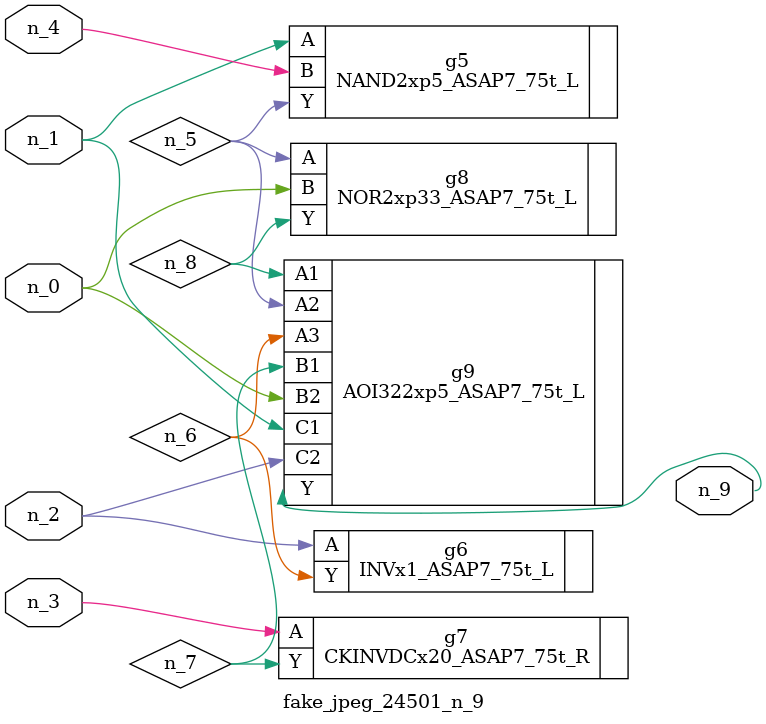
<source format=v>
module fake_jpeg_24501_n_9 (n_3, n_2, n_1, n_0, n_4, n_9);

input n_3;
input n_2;
input n_1;
input n_0;
input n_4;

output n_9;

wire n_8;
wire n_6;
wire n_5;
wire n_7;

NAND2xp5_ASAP7_75t_L g5 ( 
.A(n_1),
.B(n_4),
.Y(n_5)
);

INVx1_ASAP7_75t_L g6 ( 
.A(n_2),
.Y(n_6)
);

CKINVDCx20_ASAP7_75t_R g7 ( 
.A(n_3),
.Y(n_7)
);

NOR2xp33_ASAP7_75t_L g8 ( 
.A(n_5),
.B(n_0),
.Y(n_8)
);

AOI322xp5_ASAP7_75t_L g9 ( 
.A1(n_8),
.A2(n_5),
.A3(n_6),
.B1(n_7),
.B2(n_0),
.C1(n_1),
.C2(n_2),
.Y(n_9)
);


endmodule
</source>
